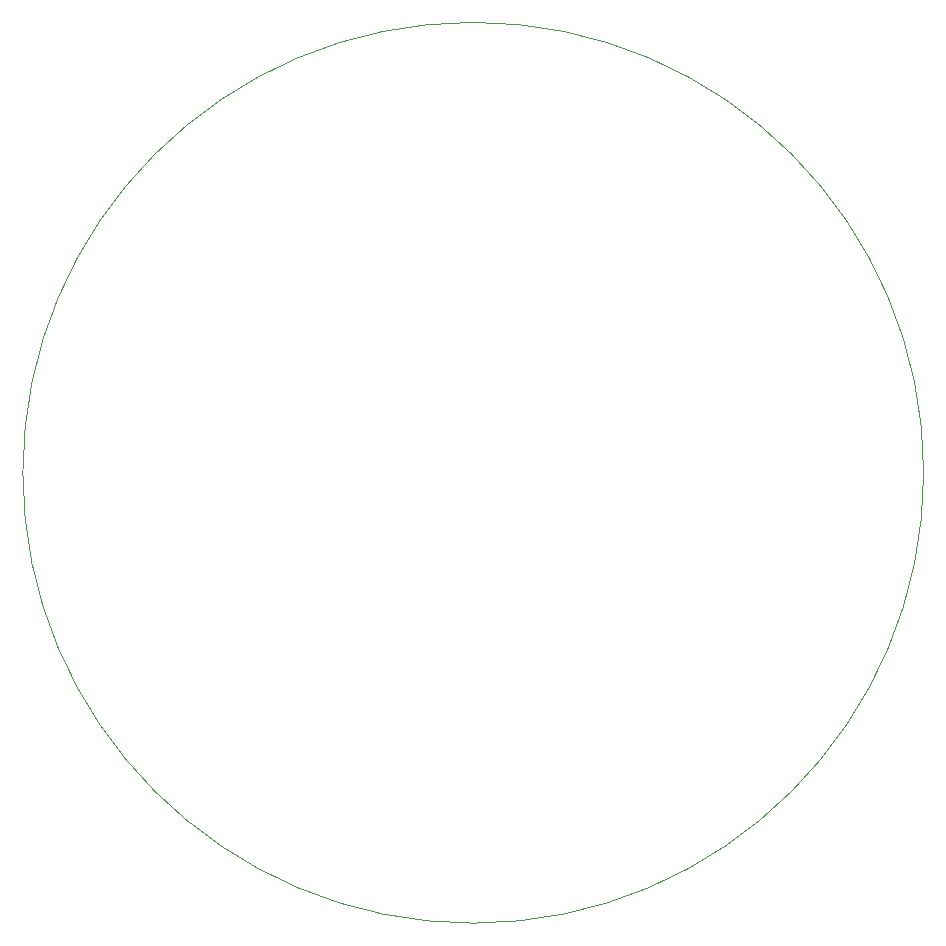
<source format=gbr>
%TF.GenerationSoftware,KiCad,Pcbnew,(5.1.6-0-10_14)*%
%TF.CreationDate,2020-08-15T13:55:16+01:00*%
%TF.ProjectId,arduino,61726475-696e-46f2-9e6b-696361645f70,rev?*%
%TF.SameCoordinates,Original*%
%TF.FileFunction,Profile,NP*%
%FSLAX46Y46*%
G04 Gerber Fmt 4.6, Leading zero omitted, Abs format (unit mm)*
G04 Created by KiCad (PCBNEW (5.1.6-0-10_14)) date 2020-08-15 13:55:16*
%MOMM*%
%LPD*%
G01*
G04 APERTURE LIST*
%TA.AperFunction,Profile*%
%ADD10C,0.050000*%
%TD*%
G04 APERTURE END LIST*
D10*
X99534499Y-55600000D02*
G75*
G03*
X99534499Y-55600000I-38134499J0D01*
G01*
M02*

</source>
